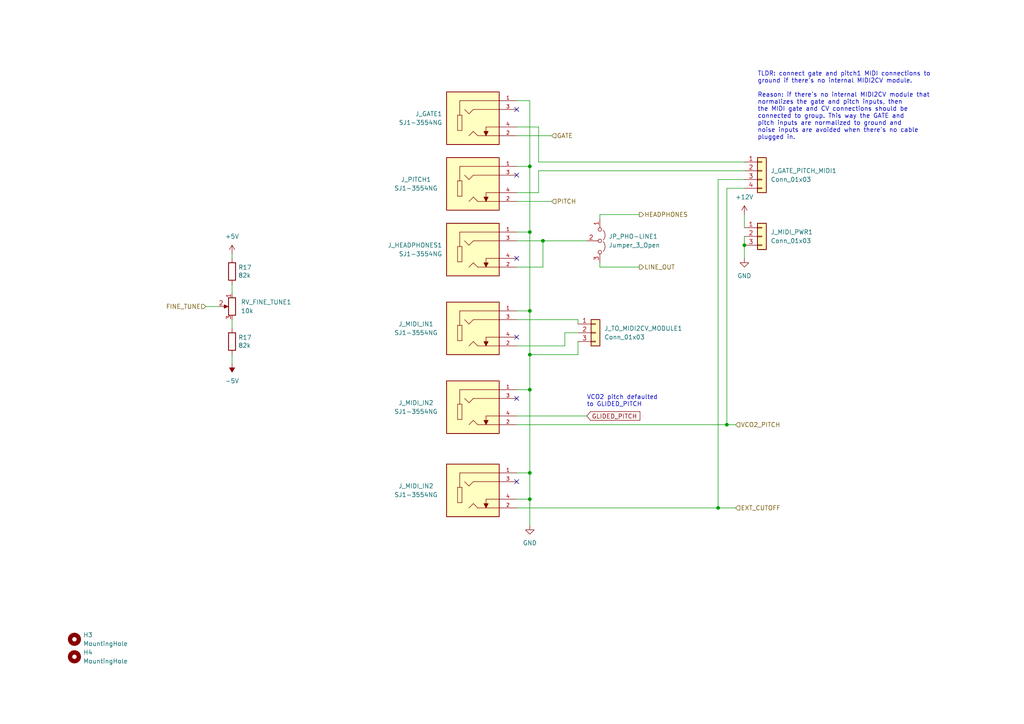
<source format=kicad_sch>
(kicad_sch (version 20231120) (generator "eeschema") (generator_version "8.0")
  (paper "A4")
  (lib_symbols
    (symbol "Connector_Generic:Conn_01x03" (pin_names (offset 1.016) hide)
      (property "Reference" "J" (at 0 5.08 0))
      (property "Value" "Conn_01x03" (at 0 -5.08 0))
      (symbol "Conn_01x03_1_1"
        (rectangle (start -1.27 -2.413) (end 0 -2.667) (stroke (width 0.1524)))
        (rectangle (start -1.27 0.127) (end 0 -0.127) (stroke (width 0.1524)))
        (rectangle (start -1.27 2.667) (end 0 2.413) (stroke (width 0.1524)))
        (rectangle (start -1.27 3.81) (end 1.27 -3.81) (stroke (width 0.254)) (fill (type background)))
        (pin passive line (at -5.08 2.54 0) (length 3.81) (name "Pin_1") (number "1"))
        (pin passive line (at -5.08 0 0) (length 3.81) (name "Pin_2") (number "2"))
        (pin passive line (at -5.08 -2.54 0) (length 3.81) (name "Pin_3") (number "3"))
      )
    )
    (symbol "Connector_Generic:Conn_01x04" (pin_names (offset 1.016) hide)
      (property "Reference" "J" (at 0 5.08 0))
      (property "Value" "Conn_01x04" (at 0 -7.62 0))
      (symbol "Conn_01x04_1_1"
        (rectangle (start -1.27 -4.953) (end 0 -5.207) (stroke (width 0.1524)))
        (rectangle (start -1.27 -2.413) (end 0 -2.667) (stroke (width 0.1524)))
        (rectangle (start -1.27 0.127) (end 0 -0.127) (stroke (width 0.1524)))
        (rectangle (start -1.27 2.667) (end 0 2.413) (stroke (width 0.1524)))
        (rectangle (start -1.27 3.81) (end 1.27 -6.35) (stroke (width 0.254)) (fill (type background)))
        (pin passive line (at -5.08 2.54 0) (length 3.81) (name "Pin_1") (number "1"))
        (pin passive line (at -5.08 0 0) (length 3.81) (name "Pin_2") (number "2"))
        (pin passive line (at -5.08 -2.54 0) (length 3.81) (name "Pin_3") (number "3"))
        (pin passive line (at -5.08 -5.08 0) (length 3.81) (name "Pin_4") (number "4"))
      )
    )
    (symbol "Device:R" (pin_numbers hide) (pin_names (offset 0))
      (property "Reference" "R" (at 2.032 0 90))
      (property "Value" "R" (at 0 0 90))
      (symbol "R_0_1"
        (rectangle (start -1.016 -2.54) (end 1.016 2.54) (stroke (width 0.254)))
      )
      (symbol "R_1_1"
        (pin passive line (at 0 3.81 270) (length 1.27) (name "~") (number "1"))
        (pin passive line (at 0 -3.81 90) (length 1.27) (name "~") (number "2"))
      )
    )
    (symbol "Device:R_Potentiometer" (pin_names (offset 1.016) hide)
      (property "Reference" "RV" (at -4.445 0 90))
      (property "Value" "R_Potentiometer" (at -2.54 0 90))
      (symbol "R_Potentiometer_0_1"
        (polyline (pts (xy 2.54 0) (xy 1.524 0)))
        (polyline (pts (xy 1.143 0) (xy 2.286 0.508) (xy 2.286 -0.508) (xy 1.143 0)) (fill (type outline)))
        (rectangle (start 1.016 2.54) (end -1.016 -2.54) (stroke (width 0.254)))
      )
      (symbol "R_Potentiometer_1_1"
        (pin passive line (at 0 3.81 270) (length 1.27) (name "1") (number "1"))
        (pin passive line (at 3.81 0 180) (length 1.27) (name "2") (number "2"))
        (pin passive line (at 0 -3.81 90) (length 1.27) (name "3") (number "3"))
      )
    )
    (symbol "Jumper:Jumper_3_Open" (pin_names (offset 0) hide)
      (property "Reference" "JP" (at -2.54 -2.54 0))
      (property "Value" "Jumper_3_Open" (at 0 2.794 0))
      (symbol "Jumper_3_Open_0_0"
        (circle (center -3.302 0) (radius 0.508))
        (circle (center 0 0) (radius 0.508))
        (circle (center 3.302 0) (radius 0.508))
      )
      (symbol "Jumper_3_Open_0_1"
        (arc (start -0.254 1.016) (mid -1.651 1.4992) (end -3.048 1.016))
        (polyline (pts (xy 0 -0.508) (xy 0 -1.27)))
        (arc (start 3.048 1.016) (mid 1.651 1.4992) (end 0.254 1.016))
      )
      (symbol "Jumper_3_Open_1_1"
        (pin passive line (at -6.35 0 0) (length 2.54) (name "A") (number "1"))
        (pin passive line (at 0 -3.81 90) (length 2.54) (name "C") (number "2"))
        (pin passive line (at 6.35 0 180) (length 2.54) (name "B") (number "3"))
      )
    )
    (symbol "Mechanical:MountingHole" (pin_names (offset 1.016))
      (property "Reference" "H" (at 0 5.08 0))
      (property "Value" "MountingHole" (at 0 3.175 0))
      (symbol "MountingHole_0_1"
        (circle (center 0 0) (radius 1.27) (stroke (width 1.27)))
      )
    )
    (symbol "Shmoergh-Custom-Components:SJ1-3554NG" (pin_names (offset 1.016))
      (property "Reference" "J" (at -7.8829 8.1347 0))
      (property "Value" "SJ1-3554NG" (at -7.6253 -10.9273 0))
      (symbol "SJ1-3554NG_0_0"
        (rectangle (start -7.62 -7.62) (end 7.62 7.62) (stroke (width 0.254)) (fill (type background)))
        (polyline (pts (xy -4.445 -3.556) (xy -4.445 0.889)) (stroke (width 0.1524)))
        (polyline (pts (xy -4.445 0.889) (xy -3.81 0.889)) (stroke (width 0.1524)))
        (polyline (pts (xy -3.81 0.889) (xy -3.175 0.889)) (stroke (width 0.1524)))
        (polyline (pts (xy -3.81 5.08) (xy -3.81 0.889)) (stroke (width 0.1524)))
        (polyline (pts (xy -3.175 -3.556) (xy -4.445 -3.556)) (stroke (width 0.1524)))
        (polyline (pts (xy -3.175 0.889) (xy -3.175 -3.556)) (stroke (width 0.1524)))
        (polyline (pts (xy -1.143 1.27) (xy -2.413 2.54)) (stroke (width 0.1524)))
        (polyline (pts (xy 0.127 -3.81) (xy -1.143 -5.08)) (stroke (width 0.1524)))
        (polyline (pts (xy 0.127 2.54) (xy -1.143 1.27)) (stroke (width 0.1524)))
        (polyline (pts (xy 1.397 -5.08) (xy 0.127 -3.81)) (stroke (width 0.1524)))
        (polyline (pts (xy 3.81 -2.54) (xy 3.81 -5.08)) (stroke (width 0.1524)))
        (polyline (pts (xy 7.62 -5.08) (xy 1.397 -5.08)) (stroke (width 0.1524)))
        (polyline (pts (xy 7.62 -2.54) (xy 3.81 -2.54)) (stroke (width 0.1524)))
        (polyline (pts (xy 7.62 2.54) (xy 0.127 2.54)) (stroke (width 0.1524)))
        (polyline (pts (xy 7.62 5.08) (xy -3.81 5.08)) (stroke (width 0.1524)))
        (polyline (pts (xy 3.81 -5.08) (xy 3.175 -3.81) (xy 4.445 -3.81) (xy 3.81 -5.08)) (stroke (width 0.1524)) (fill (type outline)))
        (pin passive line (at 12.7 5.08 180) (length 5.08) (name "~") (number "1"))
        (pin passive line (at 12.7 -5.08 180) (length 5.08) (name "~") (number "2"))
        (pin passive line (at 12.7 2.54 180) (length 5.08) (name "~") (number "3"))
        (pin passive line (at 12.7 -2.54 180) (length 5.08) (name "~") (number "4"))
      )
    )
    (symbol "power:+12V" (power) (pin_names (offset 0))
      (property "Value" "+12V" (at 0 3.556 0))
      (symbol "+12V_0_1"
        (polyline (pts (xy -0.762 1.27) (xy 0 2.54)))
        (polyline (pts (xy 0 0) (xy 0 2.54)))
        (polyline (pts (xy 0 2.54) (xy 0.762 1.27)))
      )
      (symbol "+12V_1_1"
        (pin power_in line (at 0 0 90) (length 0) hide (name "+12V") (number "1"))
      )
    )
    (symbol "power:+5V" (power) (pin_names (offset 0))
      (property "Value" "+5V" (at 0 3.556 0))
      (symbol "+5V_0_1"
        (polyline (pts (xy -0.762 1.27) (xy 0 2.54)))
        (polyline (pts (xy 0 0) (xy 0 2.54)))
        (polyline (pts (xy 0 2.54) (xy 0.762 1.27)))
      )
      (symbol "+5V_1_1"
        (pin power_in line (at 0 0 90) (length 0) hide (name "+5V") (number "1"))
      )
    )
    (symbol "power:-5V" (power) (pin_names (offset 0))
      (property "Value" "-5V" (at 0 3.81 0))
      (symbol "-5V_0_0"
        (pin power_in line (at 0 0 90) (length 0) hide (name "-5V") (number "1"))
      )
      (symbol "-5V_0_1"
        (polyline (pts (xy 0 0) (xy 0 1.27) (xy 0.762 1.27) (xy 0 2.54) (xy -0.762 1.27) (xy 0 1.27)) (fill (type outline)))
      )
    )
    (symbol "power:GND" (power) (pin_names (offset 0))
      (property "Value" "GND" (at 0 -3.81 0))
      (symbol "GND_0_1"
        (polyline (pts (xy 0 0) (xy 0 -1.27) (xy 1.27 -1.27) (xy 0 -2.54) (xy -1.27 -1.27) (xy 0 -1.27)))
      )
      (symbol "GND_1_1"
        (pin power_in line (at 0 0 270) (length 0) hide (name "GND") (number "1"))
      )
    )
  )
  (junction (at 215.9 71.12))
  (junction (at 153.67 67.31))
  (junction (at 153.67 137.16))
  (junction (at 208.28 147.32))
  (junction (at 153.67 113.03))
  (junction (at 210.82 123.19))
  (junction (at 153.67 90.17))
  (junction (at 153.67 102.87))
  (junction (at 157.48 69.85))
  (junction (at 153.67 144.78))
  (junction (at 153.67 48.26))
  (no_connect (at 149.86 31.75))
  (no_connect (at 149.86 115.57))
  (no_connect (at 149.86 97.79))
  (no_connect (at 149.86 50.8))
  (no_connect (at 149.86 139.7))
  (no_connect (at 149.86 74.93))
  (wire (pts (xy 149.86 39.37) (xy 160.02 39.37)))
  (wire (pts (xy 67.31 105.41) (xy 67.31 102.87)))
  (wire (pts (xy 156.21 55.88) (xy 149.86 55.88)))
  (wire (pts (xy 157.48 69.85) (xy 157.48 77.47)))
  (wire (pts (xy 215.9 62.23) (xy 215.9 66.04)))
  (wire (pts (xy 149.86 29.21) (xy 153.67 29.21)))
  (wire (pts (xy 167.64 92.71) (xy 167.64 93.98)))
  (wire (pts (xy 208.28 52.07) (xy 215.9 52.07)))
  (wire (pts (xy 173.99 77.47) (xy 173.99 76.2)))
  (wire (pts (xy 153.67 90.17) (xy 153.67 102.87)))
  (wire (pts (xy 156.21 49.53) (xy 156.21 55.88)))
  (wire (pts (xy 149.86 36.83) (xy 156.21 36.83)))
  (wire (pts (xy 215.9 71.12) (xy 215.9 74.93)))
  (wire (pts (xy 149.86 137.16) (xy 153.67 137.16)))
  (wire (pts (xy 149.86 100.33) (xy 163.83 100.33)))
  (wire (pts (xy 157.48 77.47) (xy 149.86 77.47)))
  (wire (pts (xy 149.86 144.78) (xy 153.67 144.78)))
  (wire (pts (xy 153.67 144.78) (xy 153.67 152.4)))
  (wire (pts (xy 149.86 69.85) (xy 157.48 69.85)))
  (wire (pts (xy 153.67 113.03) (xy 153.67 137.16)))
  (wire (pts (xy 157.48 69.85) (xy 170.18 69.85)))
  (wire (pts (xy 167.64 102.87) (xy 153.67 102.87)))
  (wire (pts (xy 149.86 48.26) (xy 153.67 48.26)))
  (wire (pts (xy 185.42 77.47) (xy 173.99 77.47)))
  (wire (pts (xy 163.83 96.52) (xy 167.64 96.52)))
  (wire (pts (xy 215.9 68.58) (xy 215.9 71.12)))
  (wire (pts (xy 163.83 96.52) (xy 163.83 100.33)))
  (wire (pts (xy 153.67 29.21) (xy 153.67 48.26)))
  (wire (pts (xy 149.86 92.71) (xy 167.64 92.71)))
  (wire (pts (xy 173.99 62.23) (xy 173.99 63.5)))
  (wire (pts (xy 149.86 120.65) (xy 170.18 120.65)))
  (wire (pts (xy 153.67 67.31) (xy 153.67 90.17)))
  (wire (pts (xy 210.82 123.19) (xy 213.36 123.19)))
  (wire (pts (xy 153.67 48.26) (xy 153.67 67.31)))
  (wire (pts (xy 208.28 52.07) (xy 208.28 147.32)))
  (wire (pts (xy 67.31 73.66) (xy 67.31 74.93)))
  (wire (pts (xy 185.42 62.23) (xy 173.99 62.23)))
  (wire (pts (xy 167.64 99.06) (xy 167.64 102.87)))
  (wire (pts (xy 156.21 49.53) (xy 215.9 49.53)))
  (wire (pts (xy 215.9 54.61) (xy 210.82 54.61)))
  (wire (pts (xy 215.9 46.99) (xy 156.21 46.99)))
  (wire (pts (xy 59.69 88.9) (xy 63.5 88.9)))
  (wire (pts (xy 149.86 90.17) (xy 153.67 90.17)))
  (wire (pts (xy 149.86 123.19) (xy 210.82 123.19)))
  (wire (pts (xy 67.31 95.25) (xy 67.31 92.71)))
  (wire (pts (xy 149.86 147.32) (xy 208.28 147.32)))
  (wire (pts (xy 153.67 102.87) (xy 153.67 113.03)))
  (wire (pts (xy 210.82 54.61) (xy 210.82 123.19)))
  (wire (pts (xy 149.86 67.31) (xy 153.67 67.31)))
  (wire (pts (xy 153.67 137.16) (xy 153.67 144.78)))
  (wire (pts (xy 149.86 113.03) (xy 153.67 113.03)))
  (wire (pts (xy 156.21 36.83) (xy 156.21 46.99)))
  (wire (pts (xy 208.28 147.32) (xy 213.36 147.32)))
  (wire (pts (xy 67.31 82.55) (xy 67.31 85.09)))
  (wire (pts (xy 149.86 58.42) (xy 160.02 58.42)))
  (text "VCO2 pitch defaulted \nto GLIDED_PITCH" (at 170.18 118.11 0) (effects (font (size 1.27 1.27)) (justify left bottom)))
  (text "TLDR: connect gate and pitch1 MIDI connections to\nground if there's no internal MIDI2CV module.\n\nReason: if there's no internal MIDI2CV module that \nnormalizes the gate and pitch inputs, then\nthe MIDI gate and CV connections should be\nconnected to group. This way the GATE and\npitch inputs are normalized to ground and\nnoise inputs are avoided when there's no cable\nplugged in." (at 219.71 40.64 0) (effects (font (size 1.27 1.27)) (justify left bottom)))
  (global_label "GLIDED_PITCH" (shape input) (at 170.18 120.65 0) (property "Intersheetrefs" "${INTERSHEET_REFS}" (effects (hide yes))))
  (hierarchical_label "FINE_TUNE" (shape input) (at 59.69 88.9 180))
  (hierarchical_label "LINE_OUT" (shape output) (at 185.42 77.47 0))
  (hierarchical_label "PITCH" (shape input) (at 160.02 58.42 0))
  (hierarchical_label "GATE" (shape input) (at 160.02 39.37 0))
  (hierarchical_label "VCO2_PITCH" (shape input) (at 213.36 123.19 0))
  (hierarchical_label "EXT_CUTOFF" (shape input) (at 213.36 147.32 0))
  (hierarchical_label "HEADPHONES" (shape output) (at 185.42 62.23 0))
  (symbol (lib_id "Device:R") (at 67.31 78.74 0) (unit 1)
    (property "Reference" "R17" (at 69.088 77.5716 0) (effects (justify left)))
    (property "Value" "82k" (at 69.088 79.883 0) (effects (justify left)))
    (property "Footprint" "Shmoergh_Custom_Footprints:R_Axial_DIN0207_L6.3mm_D2.5mm_P7.62mm_Horizontal" (effects (hide yes)))
    (instances (project "hog-f1-voice" (path "" (reference "R17") (unit 1))) (project "ui-rev-3" (path "" (reference "R34") (unit 1)) (path "" (reference "R18") (unit 1))))
  )
  (symbol (lib_id "Connector_Generic:Conn_01x03") (at 172.72 96.52 0) (unit 1)
    (property "Reference" "J_TO_MIDI2CV_MODULE1" (at 175.26 95.25 0) (effects (justify left)))
    (property "Value" "Conn_01x03" (at 175.26 97.79 0) (effects (justify left)))
    (property "Footprint" "Shmoergh_Custom_Footprints:NSL25_01x03_Vertical" (effects (hide yes)))
  )
  (symbol (lib_id "Shmoergh-Custom-Components:SJ1-3554NG") (at 137.16 53.34 0) (unit 1)
    (property "Reference" "J_PITCH1" (at 120.65 52.07 0))
    (property "Value" "SJ1-3554NG" (at 120.65 54.61 0))
    (property "Footprint" "Shmoergh_Custom_Footprints:CUI_SJ1-3554NG" (effects (hide yes)))
    (property "Description" "3.5 mm Right-Angle Stereo Jack, 4 Pin PCB Mount, Isolated Ground" (effects (hide yes)))
    (property "MF" "CUI Devices" (effects (hide yes)))
    (property "MAXIMUM_PACKAGE_HEIGHT" "10 mm" (effects (hide yes)))
    (property "Package" "None" (effects (hide yes)))
    (property "Price" "None" (effects (hide yes)))
    (property "Check_prices" "https://www.snapeda.com/parts/SJ1-3554NG/CUI+Devices/view-part/?ref=eda" (effects (hide yes)))
    (property "STANDARD" "Manufacturer Recommendations" (effects (hide yes)))
    (property "PARTREV" "1.05" (effects (hide yes)))
    (property "SnapEDA_Link" "https://www.snapeda.com/parts/SJ1-3554NG/CUI+Devices/view-part/?ref=snap" (effects (hide yes)))
    (property "MP" "SJ1-3554NG" (effects (hide yes)))
    (property "CUI_purchase_URL" "https://www.cuidevices.com/product/interconnect/connectors/audio-connectors/jacks/sj1-3554ng?utm_source=snapeda.com&utm_medium=referral&utm_campaign=snapedaBOM" (effects (hide yes)))
    (property "Availability" "In Stock" (effects (hide yes)))
    (property "MANUFACTURER" "CUI Devices" (effects (hide yes)))
  )
  (symbol (lib_id "Device:R_Potentiometer") (at 67.31 88.9 0) (mirror y) (unit 1)
    (property "Reference" "RV_FINE_TUNE1" (at 69.85 87.63 0) (effects (justify right)))
    (property "Value" "10k" (at 69.85 90.17 0) (effects (justify right)))
    (property "Footprint" "Shmoergh_Custom_Footprints:Potentiometer_Bourns_PTD901-2015_Single_Horizontal" (effects (hide yes)))
    (property "Component" "PTD901-1015K-B103" (effects (hide yes)))
    (property "Mouser" "https://mou.sr/4aB7CRn" (effects (hide yes)))
  )
  (symbol (lib_id "power:GND") (at 215.9 74.93 0) (unit 1)
    (property "Reference" "#PWR0102" (effects (hide yes)))
    (property "Value" "GND" (at 215.9 80.01 0))
  )
  (symbol (lib_id "Shmoergh-Custom-Components:SJ1-3554NG") (at 137.16 118.11 0) (unit 1)
    (property "Reference" "J_MIDI_IN2" (at 120.65 116.84 0))
    (property "Value" "SJ1-3554NG" (at 120.65 119.38 0))
    (property "Footprint" "Shmoergh_Custom_Footprints:CUI_SJ1-3554NG" (effects (hide yes)))
    (property "Description" "3.5 mm Right-Angle Stereo Jack, 4 Pin PCB Mount, Isolated Ground" (effects (hide yes)))
    (property "MF" "CUI Devices" (effects (hide yes)))
    (property "MAXIMUM_PACKAGE_HEIGHT" "10 mm" (effects (hide yes)))
    (property "Package" "None" (effects (hide yes)))
    (property "Price" "None" (effects (hide yes)))
    (property "Check_prices" "https://www.snapeda.com/parts/SJ1-3554NG/CUI+Devices/view-part/?ref=eda" (effects (hide yes)))
    (property "STANDARD" "Manufacturer Recommendations" (effects (hide yes)))
    (property "PARTREV" "1.05" (effects (hide yes)))
    (property "SnapEDA_Link" "https://www.snapeda.com/parts/SJ1-3554NG/CUI+Devices/view-part/?ref=snap" (effects (hide yes)))
    (property "MP" "SJ1-3554NG" (effects (hide yes)))
    (property "CUI_purchase_URL" "https://www.cuidevices.com/product/interconnect/connectors/audio-connectors/jacks/sj1-3554ng?utm_source=snapeda.com&utm_medium=referral&utm_campaign=snapedaBOM" (effects (hide yes)))
    (property "Availability" "In Stock" (effects (hide yes)))
    (property "MANUFACTURER" "CUI Devices" (effects (hide yes)))
    (instances (project "ui-rev-3" (path "" (reference "J_MIDI_IN2") (unit 1)) (path "" (reference "J_VCO2_PITCH1") (unit 1))))
  )
  (symbol (lib_id "Mechanical:MountingHole") (at 21.59 190.5 0) (unit 1) (in_bom no)
    (property "Reference" "H4" (at 24.13 189.23 0) (effects (justify left)))
    (property "Value" "MountingHole" (at 24.13 191.77 0) (effects (justify left)))
    (property "Footprint" "MountingHole:MountingHole_3mm_Pad" (effects (hide yes)))
    (instances (project "ui-rev-3" (path "" (reference "H4") (unit 1)) (path "" (reference "H14") (unit 1))) (project "core-v1" (path "" (reference "H204") (unit 1))))
  )
  (symbol (lib_id "power:+5V") (at 67.31 73.66 0) (unit 1)
    (property "Reference" "#PWR093" (effects (hide yes)))
    (property "Value" "+5V" (at 67.31 68.58 0))
  )
  (symbol (lib_id "Shmoergh-Custom-Components:SJ1-3554NG") (at 137.16 34.29 0) (unit 1)
    (property "Reference" "J_GATE1" (at 128.27 33.02 0) (effects (justify right)))
    (property "Value" "SJ1-3554NG" (at 128.27 35.56 0) (effects (justify right)))
    (property "Footprint" "Shmoergh_Custom_Footprints:CUI_SJ1-3554NG" (effects (hide yes)))
    (property "Description" "3.5 mm Right-Angle Stereo Jack, 4 Pin PCB Mount, Isolated Ground" (effects (hide yes)))
    (property "MF" "CUI Devices" (effects (hide yes)))
    (property "MAXIMUM_PACKAGE_HEIGHT" "10 mm" (effects (hide yes)))
    (property "Package" "None" (effects (hide yes)))
    (property "Price" "None" (effects (hide yes)))
    (property "Check_prices" "https://www.snapeda.com/parts/SJ1-3554NG/CUI+Devices/view-part/?ref=eda" (effects (hide yes)))
    (property "STANDARD" "Manufacturer Recommendations" (effects (hide yes)))
    (property "PARTREV" "1.05" (effects (hide yes)))
    (property "SnapEDA_Link" "https://www.snapeda.com/parts/SJ1-3554NG/CUI+Devices/view-part/?ref=snap" (effects (hide yes)))
    (property "MP" "SJ1-3554NG" (effects (hide yes)))
    (property "CUI_purchase_URL" "https://www.cuidevices.com/product/interconnect/connectors/audio-connectors/jacks/sj1-3554ng?utm_source=snapeda.com&utm_medium=referral&utm_campaign=snapedaBOM" (effects (hide yes)))
    (property "Availability" "In Stock" (effects (hide yes)))
    (property "MANUFACTURER" "CUI Devices" (effects (hide yes)))
  )
  (symbol (lib_id "Shmoergh-Custom-Components:SJ1-3554NG") (at 137.16 95.25 0) (unit 1)
    (property "Reference" "J_MIDI_IN1" (at 120.65 93.98 0))
    (property "Value" "SJ1-3554NG" (at 120.65 96.52 0))
    (property "Footprint" "Shmoergh_Custom_Footprints:CUI_SJ1-3554NG" (effects (hide yes)))
    (property "Description" "3.5 mm Right-Angle Stereo Jack, 4 Pin PCB Mount, Isolated Ground" (effects (hide yes)))
    (property "MF" "CUI Devices" (effects (hide yes)))
    (property "MAXIMUM_PACKAGE_HEIGHT" "10 mm" (effects (hide yes)))
    (property "Package" "None" (effects (hide yes)))
    (property "Price" "None" (effects (hide yes)))
    (property "Check_prices" "https://www.snapeda.com/parts/SJ1-3554NG/CUI+Devices/view-part/?ref=eda" (effects (hide yes)))
    (property "STANDARD" "Manufacturer Recommendations" (effects (hide yes)))
    (property "PARTREV" "1.05" (effects (hide yes)))
    (property "SnapEDA_Link" "https://www.snapeda.com/parts/SJ1-3554NG/CUI+Devices/view-part/?ref=snap" (effects (hide yes)))
    (property "MP" "SJ1-3554NG" (effects (hide yes)))
    (property "CUI_purchase_URL" "https://www.cuidevices.com/product/interconnect/connectors/audio-connectors/jacks/sj1-3554ng?utm_source=snapeda.com&utm_medium=referral&utm_campaign=snapedaBOM" (effects (hide yes)))
    (property "Availability" "In Stock" (effects (hide yes)))
    (property "MANUFACTURER" "CUI Devices" (effects (hide yes)))
  )
  (symbol (lib_id "Connector_Generic:Conn_01x03") (at 220.98 68.58 0) (unit 1)
    (property "Reference" "J_MIDI_PWR1" (at 223.52 67.31 0) (effects (justify left)))
    (property "Value" "Conn_01x03" (at 223.52 69.85 0) (effects (justify left)))
    (property "Footprint" "Shmoergh_Custom_Footprints:NSL25_01x03_Vertical" (effects (hide yes)))
  )
  (symbol (lib_id "power:GND") (at 153.67 152.4 0) (unit 1)
    (property "Reference" "#PWR095" (effects (hide yes)))
    (property "Value" "GND" (at 153.67 157.48 0))
  )
  (symbol (lib_id "Connector_Generic:Conn_01x04") (at 220.98 49.53 0) (unit 1)
    (property "Reference" "J_GATE_PITCH_MIDI1" (at 223.52 49.53 0) (effects (justify left)))
    (property "Value" "Conn_01x03" (at 223.52 52.07 0) (effects (justify left)))
    (property "Footprint" "Shmoergh_Custom_Footprints:NSL25_01x04_Vertical" (effects (hide yes)))
  )
  (symbol (lib_id "power:-5V") (at 67.31 105.41 180) (unit 1)
    (property "Reference" "#PWR094" (effects (hide yes)))
    (property "Value" "-5V" (at 67.31 110.49 0))
  )
  (symbol (lib_id "power:+12V") (at 215.9 62.23 0) (unit 1)
    (property "Reference" "#PWR0103" (effects (hide yes)))
    (property "Value" "+12V" (at 215.9 57.15 0))
  )
  (symbol (lib_id "Device:R") (at 67.31 99.06 0) (unit 1)
    (property "Reference" "R17" (at 69.088 97.8916 0) (effects (justify left)))
    (property "Value" "82k" (at 69.088 100.203 0) (effects (justify left)))
    (property "Footprint" "Shmoergh_Custom_Footprints:R_Axial_DIN0207_L6.3mm_D2.5mm_P7.62mm_Horizontal" (effects (hide yes)))
    (instances (project "hog-f1-voice" (path "" (reference "R17") (unit 1))) (project "ui-rev-3" (path "" (reference "R34") (unit 1)) (path "" (reference "R39") (unit 1))))
  )
  (symbol (lib_id "Shmoergh-Custom-Components:SJ1-3554NG") (at 137.16 72.39 0) (unit 1)
    (property "Reference" "J_HEADPHONES1" (at 128.27 71.12 0) (effects (justify right)))
    (property "Value" "SJ1-3554NG" (at 128.27 73.66 0) (effects (justify right)))
    (property "Footprint" "Shmoergh_Custom_Footprints:CUI_SJ1-3554NG" (effects (hide yes)))
    (property "Description" "3.5 mm Right-Angle Stereo Jack, 4 Pin PCB Mount, Isolated Ground" (effects (hide yes)))
    (property "MF" "CUI Devices" (effects (hide yes)))
    (property "MAXIMUM_PACKAGE_HEIGHT" "10 mm" (effects (hide yes)))
    (property "Package" "None" (effects (hide yes)))
    (property "Price" "None" (effects (hide yes)))
    (property "Check_prices" "https://www.snapeda.com/parts/SJ1-3554NG/CUI+Devices/view-part/?ref=eda" (effects (hide yes)))
    (property "STANDARD" "Manufacturer Recommendations" (effects (hide yes)))
    (property "PARTREV" "1.05" (effects (hide yes)))
    (property "SnapEDA_Link" "https://www.snapeda.com/parts/SJ1-3554NG/CUI+Devices/view-part/?ref=snap" (effects (hide yes)))
    (property "MP" "SJ1-3554NG" (effects (hide yes)))
    (property "CUI_purchase_URL" "https://www.cuidevices.com/product/interconnect/connectors/audio-connectors/jacks/sj1-3554ng?utm_source=snapeda.com&utm_medium=referral&utm_campaign=snapedaBOM" (effects (hide yes)))
    (property "Availability" "In Stock" (effects (hide yes)))
    (property "MANUFACTURER" "CUI Devices" (effects (hide yes)))
  )
  (symbol (lib_id "Shmoergh-Custom-Components:SJ1-3554NG") (at 137.16 142.24 0) (unit 1)
    (property "Reference" "J_MIDI_IN2" (at 120.65 140.97 0))
    (property "Value" "SJ1-3554NG" (at 120.65 143.51 0))
    (property "Footprint" "Shmoergh_Custom_Footprints:CUI_SJ1-3554NG" (effects (hide yes)))
    (property "Description" "3.5 mm Right-Angle Stereo Jack, 4 Pin PCB Mount, Isolated Ground" (effects (hide yes)))
    (property "MF" "CUI Devices" (effects (hide yes)))
    (property "MAXIMUM_PACKAGE_HEIGHT" "10 mm" (effects (hide yes)))
    (property "Package" "None" (effects (hide yes)))
    (property "Price" "None" (effects (hide yes)))
    (property "Check_prices" "https://www.snapeda.com/parts/SJ1-3554NG/CUI+Devices/view-part/?ref=eda" (effects (hide yes)))
    (property "STANDARD" "Manufacturer Recommendations" (effects (hide yes)))
    (property "PARTREV" "1.05" (effects (hide yes)))
    (property "SnapEDA_Link" "https://www.snapeda.com/parts/SJ1-3554NG/CUI+Devices/view-part/?ref=snap" (effects (hide yes)))
    (property "MP" "SJ1-3554NG" (effects (hide yes)))
    (property "CUI_purchase_URL" "https://www.cuidevices.com/product/interconnect/connectors/audio-connectors/jacks/sj1-3554ng?utm_source=snapeda.com&utm_medium=referral&utm_campaign=snapedaBOM" (effects (hide yes)))
    (property "Availability" "In Stock" (effects (hide yes)))
    (property "MANUFACTURER" "CUI Devices" (effects (hide yes)))
    (instances (project "ui-rev-3" (path "" (reference "J_MIDI_IN2") (unit 1)) (path "" (reference "J_EXT_CUTOFF1") (unit 1))))
  )
  (symbol (lib_id "Jumper:Jumper_3_Open") (at 173.99 69.85 270) (unit 1)
    (property "Reference" "JP_PHO-LINE1" (at 176.53 68.58 90) (effects (justify left)))
    (property "Value" "Jumper_3_Open" (at 176.53 71.12 90) (effects (justify left)))
    (property "Footprint" "Connector_PinHeader_2.54mm:PinHeader_1x03_P2.54mm_Vertical" (effects (hide yes)))
  )
  (symbol (lib_id "Mechanical:MountingHole") (at 21.59 185.42 0) (unit 1) (in_bom no)
    (property "Reference" "H3" (at 24.13 184.15 0) (effects (justify left)))
    (property "Value" "MountingHole" (at 24.13 186.69 0) (effects (justify left)))
    (property "Footprint" "MountingHole:MountingHole_3mm_Pad" (effects (hide yes)))
    (instances (project "ui-rev-3" (path "" (reference "H3") (unit 1)) (path "" (reference "H13") (unit 1))) (project "core-v1" (path "" (reference "H203") (unit 1))))
  )
)
</source>
